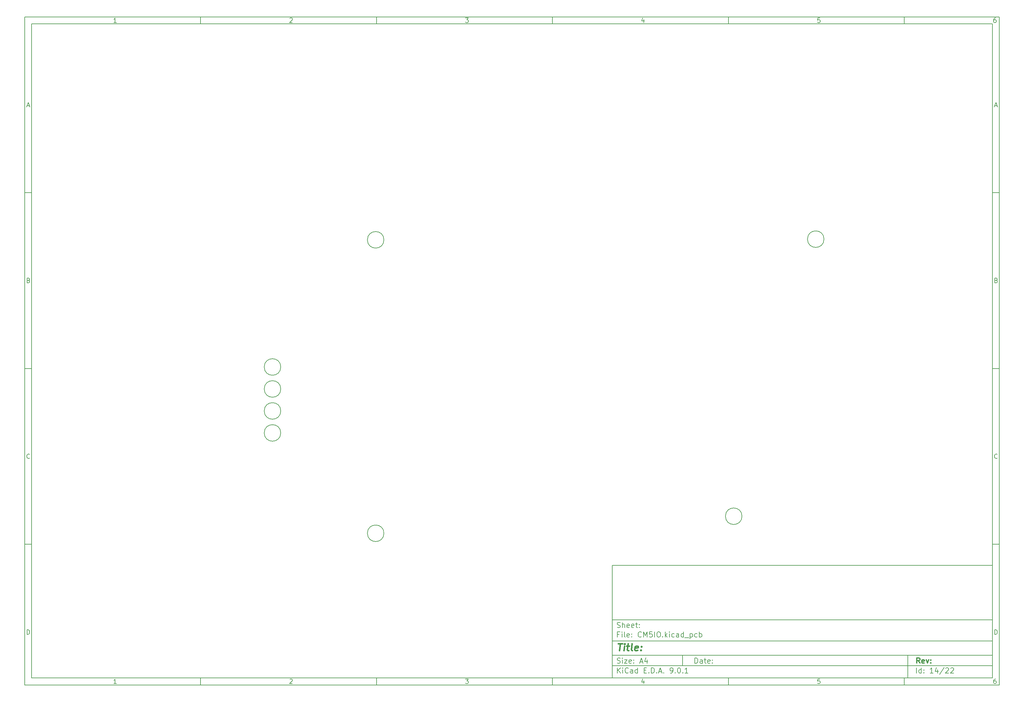
<source format=gbr>
G04 #@! TF.GenerationSoftware,KiCad,Pcbnew,9.0.1*
G04 #@! TF.CreationDate,2025-04-26T19:09:57-05:00*
G04 #@! TF.ProjectId,CM5IO,434d3549-4f2e-46b6-9963-61645f706362,rev?*
G04 #@! TF.SameCoordinates,Original*
G04 #@! TF.FileFunction,Other,Comment*
%FSLAX46Y46*%
G04 Gerber Fmt 4.6, Leading zero omitted, Abs format (unit mm)*
G04 Created by KiCad (PCBNEW 9.0.1) date 2025-04-26 19:09:57*
%MOMM*%
%LPD*%
G01*
G04 APERTURE LIST*
%ADD10C,0.100000*%
%ADD11C,0.150000*%
%ADD12C,0.300000*%
%ADD13C,0.400000*%
G04 APERTURE END LIST*
D10*
D11*
X177002200Y-166007200D02*
X285002200Y-166007200D01*
X285002200Y-198007200D01*
X177002200Y-198007200D01*
X177002200Y-166007200D01*
D10*
D11*
X10000000Y-10000000D02*
X287002200Y-10000000D01*
X287002200Y-200007200D01*
X10000000Y-200007200D01*
X10000000Y-10000000D01*
D10*
D11*
X12000000Y-12000000D02*
X285002200Y-12000000D01*
X285002200Y-198007200D01*
X12000000Y-198007200D01*
X12000000Y-12000000D01*
D10*
D11*
X60000000Y-12000000D02*
X60000000Y-10000000D01*
D10*
D11*
X110000000Y-12000000D02*
X110000000Y-10000000D01*
D10*
D11*
X160000000Y-12000000D02*
X160000000Y-10000000D01*
D10*
D11*
X210000000Y-12000000D02*
X210000000Y-10000000D01*
D10*
D11*
X260000000Y-12000000D02*
X260000000Y-10000000D01*
D10*
D11*
X36089160Y-11593604D02*
X35346303Y-11593604D01*
X35717731Y-11593604D02*
X35717731Y-10293604D01*
X35717731Y-10293604D02*
X35593922Y-10479319D01*
X35593922Y-10479319D02*
X35470112Y-10603128D01*
X35470112Y-10603128D02*
X35346303Y-10665033D01*
D10*
D11*
X85346303Y-10417414D02*
X85408207Y-10355509D01*
X85408207Y-10355509D02*
X85532017Y-10293604D01*
X85532017Y-10293604D02*
X85841541Y-10293604D01*
X85841541Y-10293604D02*
X85965350Y-10355509D01*
X85965350Y-10355509D02*
X86027255Y-10417414D01*
X86027255Y-10417414D02*
X86089160Y-10541223D01*
X86089160Y-10541223D02*
X86089160Y-10665033D01*
X86089160Y-10665033D02*
X86027255Y-10850747D01*
X86027255Y-10850747D02*
X85284398Y-11593604D01*
X85284398Y-11593604D02*
X86089160Y-11593604D01*
D10*
D11*
X135284398Y-10293604D02*
X136089160Y-10293604D01*
X136089160Y-10293604D02*
X135655826Y-10788842D01*
X135655826Y-10788842D02*
X135841541Y-10788842D01*
X135841541Y-10788842D02*
X135965350Y-10850747D01*
X135965350Y-10850747D02*
X136027255Y-10912652D01*
X136027255Y-10912652D02*
X136089160Y-11036461D01*
X136089160Y-11036461D02*
X136089160Y-11345985D01*
X136089160Y-11345985D02*
X136027255Y-11469795D01*
X136027255Y-11469795D02*
X135965350Y-11531700D01*
X135965350Y-11531700D02*
X135841541Y-11593604D01*
X135841541Y-11593604D02*
X135470112Y-11593604D01*
X135470112Y-11593604D02*
X135346303Y-11531700D01*
X135346303Y-11531700D02*
X135284398Y-11469795D01*
D10*
D11*
X185965350Y-10726938D02*
X185965350Y-11593604D01*
X185655826Y-10231700D02*
X185346303Y-11160271D01*
X185346303Y-11160271D02*
X186151064Y-11160271D01*
D10*
D11*
X236027255Y-10293604D02*
X235408207Y-10293604D01*
X235408207Y-10293604D02*
X235346303Y-10912652D01*
X235346303Y-10912652D02*
X235408207Y-10850747D01*
X235408207Y-10850747D02*
X235532017Y-10788842D01*
X235532017Y-10788842D02*
X235841541Y-10788842D01*
X235841541Y-10788842D02*
X235965350Y-10850747D01*
X235965350Y-10850747D02*
X236027255Y-10912652D01*
X236027255Y-10912652D02*
X236089160Y-11036461D01*
X236089160Y-11036461D02*
X236089160Y-11345985D01*
X236089160Y-11345985D02*
X236027255Y-11469795D01*
X236027255Y-11469795D02*
X235965350Y-11531700D01*
X235965350Y-11531700D02*
X235841541Y-11593604D01*
X235841541Y-11593604D02*
X235532017Y-11593604D01*
X235532017Y-11593604D02*
X235408207Y-11531700D01*
X235408207Y-11531700D02*
X235346303Y-11469795D01*
D10*
D11*
X285965350Y-10293604D02*
X285717731Y-10293604D01*
X285717731Y-10293604D02*
X285593922Y-10355509D01*
X285593922Y-10355509D02*
X285532017Y-10417414D01*
X285532017Y-10417414D02*
X285408207Y-10603128D01*
X285408207Y-10603128D02*
X285346303Y-10850747D01*
X285346303Y-10850747D02*
X285346303Y-11345985D01*
X285346303Y-11345985D02*
X285408207Y-11469795D01*
X285408207Y-11469795D02*
X285470112Y-11531700D01*
X285470112Y-11531700D02*
X285593922Y-11593604D01*
X285593922Y-11593604D02*
X285841541Y-11593604D01*
X285841541Y-11593604D02*
X285965350Y-11531700D01*
X285965350Y-11531700D02*
X286027255Y-11469795D01*
X286027255Y-11469795D02*
X286089160Y-11345985D01*
X286089160Y-11345985D02*
X286089160Y-11036461D01*
X286089160Y-11036461D02*
X286027255Y-10912652D01*
X286027255Y-10912652D02*
X285965350Y-10850747D01*
X285965350Y-10850747D02*
X285841541Y-10788842D01*
X285841541Y-10788842D02*
X285593922Y-10788842D01*
X285593922Y-10788842D02*
X285470112Y-10850747D01*
X285470112Y-10850747D02*
X285408207Y-10912652D01*
X285408207Y-10912652D02*
X285346303Y-11036461D01*
D10*
D11*
X60000000Y-198007200D02*
X60000000Y-200007200D01*
D10*
D11*
X110000000Y-198007200D02*
X110000000Y-200007200D01*
D10*
D11*
X160000000Y-198007200D02*
X160000000Y-200007200D01*
D10*
D11*
X210000000Y-198007200D02*
X210000000Y-200007200D01*
D10*
D11*
X260000000Y-198007200D02*
X260000000Y-200007200D01*
D10*
D11*
X36089160Y-199600804D02*
X35346303Y-199600804D01*
X35717731Y-199600804D02*
X35717731Y-198300804D01*
X35717731Y-198300804D02*
X35593922Y-198486519D01*
X35593922Y-198486519D02*
X35470112Y-198610328D01*
X35470112Y-198610328D02*
X35346303Y-198672233D01*
D10*
D11*
X85346303Y-198424614D02*
X85408207Y-198362709D01*
X85408207Y-198362709D02*
X85532017Y-198300804D01*
X85532017Y-198300804D02*
X85841541Y-198300804D01*
X85841541Y-198300804D02*
X85965350Y-198362709D01*
X85965350Y-198362709D02*
X86027255Y-198424614D01*
X86027255Y-198424614D02*
X86089160Y-198548423D01*
X86089160Y-198548423D02*
X86089160Y-198672233D01*
X86089160Y-198672233D02*
X86027255Y-198857947D01*
X86027255Y-198857947D02*
X85284398Y-199600804D01*
X85284398Y-199600804D02*
X86089160Y-199600804D01*
D10*
D11*
X135284398Y-198300804D02*
X136089160Y-198300804D01*
X136089160Y-198300804D02*
X135655826Y-198796042D01*
X135655826Y-198796042D02*
X135841541Y-198796042D01*
X135841541Y-198796042D02*
X135965350Y-198857947D01*
X135965350Y-198857947D02*
X136027255Y-198919852D01*
X136027255Y-198919852D02*
X136089160Y-199043661D01*
X136089160Y-199043661D02*
X136089160Y-199353185D01*
X136089160Y-199353185D02*
X136027255Y-199476995D01*
X136027255Y-199476995D02*
X135965350Y-199538900D01*
X135965350Y-199538900D02*
X135841541Y-199600804D01*
X135841541Y-199600804D02*
X135470112Y-199600804D01*
X135470112Y-199600804D02*
X135346303Y-199538900D01*
X135346303Y-199538900D02*
X135284398Y-199476995D01*
D10*
D11*
X185965350Y-198734138D02*
X185965350Y-199600804D01*
X185655826Y-198238900D02*
X185346303Y-199167471D01*
X185346303Y-199167471D02*
X186151064Y-199167471D01*
D10*
D11*
X236027255Y-198300804D02*
X235408207Y-198300804D01*
X235408207Y-198300804D02*
X235346303Y-198919852D01*
X235346303Y-198919852D02*
X235408207Y-198857947D01*
X235408207Y-198857947D02*
X235532017Y-198796042D01*
X235532017Y-198796042D02*
X235841541Y-198796042D01*
X235841541Y-198796042D02*
X235965350Y-198857947D01*
X235965350Y-198857947D02*
X236027255Y-198919852D01*
X236027255Y-198919852D02*
X236089160Y-199043661D01*
X236089160Y-199043661D02*
X236089160Y-199353185D01*
X236089160Y-199353185D02*
X236027255Y-199476995D01*
X236027255Y-199476995D02*
X235965350Y-199538900D01*
X235965350Y-199538900D02*
X235841541Y-199600804D01*
X235841541Y-199600804D02*
X235532017Y-199600804D01*
X235532017Y-199600804D02*
X235408207Y-199538900D01*
X235408207Y-199538900D02*
X235346303Y-199476995D01*
D10*
D11*
X285965350Y-198300804D02*
X285717731Y-198300804D01*
X285717731Y-198300804D02*
X285593922Y-198362709D01*
X285593922Y-198362709D02*
X285532017Y-198424614D01*
X285532017Y-198424614D02*
X285408207Y-198610328D01*
X285408207Y-198610328D02*
X285346303Y-198857947D01*
X285346303Y-198857947D02*
X285346303Y-199353185D01*
X285346303Y-199353185D02*
X285408207Y-199476995D01*
X285408207Y-199476995D02*
X285470112Y-199538900D01*
X285470112Y-199538900D02*
X285593922Y-199600804D01*
X285593922Y-199600804D02*
X285841541Y-199600804D01*
X285841541Y-199600804D02*
X285965350Y-199538900D01*
X285965350Y-199538900D02*
X286027255Y-199476995D01*
X286027255Y-199476995D02*
X286089160Y-199353185D01*
X286089160Y-199353185D02*
X286089160Y-199043661D01*
X286089160Y-199043661D02*
X286027255Y-198919852D01*
X286027255Y-198919852D02*
X285965350Y-198857947D01*
X285965350Y-198857947D02*
X285841541Y-198796042D01*
X285841541Y-198796042D02*
X285593922Y-198796042D01*
X285593922Y-198796042D02*
X285470112Y-198857947D01*
X285470112Y-198857947D02*
X285408207Y-198919852D01*
X285408207Y-198919852D02*
X285346303Y-199043661D01*
D10*
D11*
X10000000Y-60000000D02*
X12000000Y-60000000D01*
D10*
D11*
X10000000Y-110000000D02*
X12000000Y-110000000D01*
D10*
D11*
X10000000Y-160000000D02*
X12000000Y-160000000D01*
D10*
D11*
X10690476Y-35222176D02*
X11309523Y-35222176D01*
X10566666Y-35593604D02*
X10999999Y-34293604D01*
X10999999Y-34293604D02*
X11433333Y-35593604D01*
D10*
D11*
X11092857Y-84912652D02*
X11278571Y-84974557D01*
X11278571Y-84974557D02*
X11340476Y-85036461D01*
X11340476Y-85036461D02*
X11402380Y-85160271D01*
X11402380Y-85160271D02*
X11402380Y-85345985D01*
X11402380Y-85345985D02*
X11340476Y-85469795D01*
X11340476Y-85469795D02*
X11278571Y-85531700D01*
X11278571Y-85531700D02*
X11154761Y-85593604D01*
X11154761Y-85593604D02*
X10659523Y-85593604D01*
X10659523Y-85593604D02*
X10659523Y-84293604D01*
X10659523Y-84293604D02*
X11092857Y-84293604D01*
X11092857Y-84293604D02*
X11216666Y-84355509D01*
X11216666Y-84355509D02*
X11278571Y-84417414D01*
X11278571Y-84417414D02*
X11340476Y-84541223D01*
X11340476Y-84541223D02*
X11340476Y-84665033D01*
X11340476Y-84665033D02*
X11278571Y-84788842D01*
X11278571Y-84788842D02*
X11216666Y-84850747D01*
X11216666Y-84850747D02*
X11092857Y-84912652D01*
X11092857Y-84912652D02*
X10659523Y-84912652D01*
D10*
D11*
X11402380Y-135469795D02*
X11340476Y-135531700D01*
X11340476Y-135531700D02*
X11154761Y-135593604D01*
X11154761Y-135593604D02*
X11030952Y-135593604D01*
X11030952Y-135593604D02*
X10845238Y-135531700D01*
X10845238Y-135531700D02*
X10721428Y-135407890D01*
X10721428Y-135407890D02*
X10659523Y-135284080D01*
X10659523Y-135284080D02*
X10597619Y-135036461D01*
X10597619Y-135036461D02*
X10597619Y-134850747D01*
X10597619Y-134850747D02*
X10659523Y-134603128D01*
X10659523Y-134603128D02*
X10721428Y-134479319D01*
X10721428Y-134479319D02*
X10845238Y-134355509D01*
X10845238Y-134355509D02*
X11030952Y-134293604D01*
X11030952Y-134293604D02*
X11154761Y-134293604D01*
X11154761Y-134293604D02*
X11340476Y-134355509D01*
X11340476Y-134355509D02*
X11402380Y-134417414D01*
D10*
D11*
X10659523Y-185593604D02*
X10659523Y-184293604D01*
X10659523Y-184293604D02*
X10969047Y-184293604D01*
X10969047Y-184293604D02*
X11154761Y-184355509D01*
X11154761Y-184355509D02*
X11278571Y-184479319D01*
X11278571Y-184479319D02*
X11340476Y-184603128D01*
X11340476Y-184603128D02*
X11402380Y-184850747D01*
X11402380Y-184850747D02*
X11402380Y-185036461D01*
X11402380Y-185036461D02*
X11340476Y-185284080D01*
X11340476Y-185284080D02*
X11278571Y-185407890D01*
X11278571Y-185407890D02*
X11154761Y-185531700D01*
X11154761Y-185531700D02*
X10969047Y-185593604D01*
X10969047Y-185593604D02*
X10659523Y-185593604D01*
D10*
D11*
X287002200Y-60000000D02*
X285002200Y-60000000D01*
D10*
D11*
X287002200Y-110000000D02*
X285002200Y-110000000D01*
D10*
D11*
X287002200Y-160000000D02*
X285002200Y-160000000D01*
D10*
D11*
X285692676Y-35222176D02*
X286311723Y-35222176D01*
X285568866Y-35593604D02*
X286002199Y-34293604D01*
X286002199Y-34293604D02*
X286435533Y-35593604D01*
D10*
D11*
X286095057Y-84912652D02*
X286280771Y-84974557D01*
X286280771Y-84974557D02*
X286342676Y-85036461D01*
X286342676Y-85036461D02*
X286404580Y-85160271D01*
X286404580Y-85160271D02*
X286404580Y-85345985D01*
X286404580Y-85345985D02*
X286342676Y-85469795D01*
X286342676Y-85469795D02*
X286280771Y-85531700D01*
X286280771Y-85531700D02*
X286156961Y-85593604D01*
X286156961Y-85593604D02*
X285661723Y-85593604D01*
X285661723Y-85593604D02*
X285661723Y-84293604D01*
X285661723Y-84293604D02*
X286095057Y-84293604D01*
X286095057Y-84293604D02*
X286218866Y-84355509D01*
X286218866Y-84355509D02*
X286280771Y-84417414D01*
X286280771Y-84417414D02*
X286342676Y-84541223D01*
X286342676Y-84541223D02*
X286342676Y-84665033D01*
X286342676Y-84665033D02*
X286280771Y-84788842D01*
X286280771Y-84788842D02*
X286218866Y-84850747D01*
X286218866Y-84850747D02*
X286095057Y-84912652D01*
X286095057Y-84912652D02*
X285661723Y-84912652D01*
D10*
D11*
X286404580Y-135469795D02*
X286342676Y-135531700D01*
X286342676Y-135531700D02*
X286156961Y-135593604D01*
X286156961Y-135593604D02*
X286033152Y-135593604D01*
X286033152Y-135593604D02*
X285847438Y-135531700D01*
X285847438Y-135531700D02*
X285723628Y-135407890D01*
X285723628Y-135407890D02*
X285661723Y-135284080D01*
X285661723Y-135284080D02*
X285599819Y-135036461D01*
X285599819Y-135036461D02*
X285599819Y-134850747D01*
X285599819Y-134850747D02*
X285661723Y-134603128D01*
X285661723Y-134603128D02*
X285723628Y-134479319D01*
X285723628Y-134479319D02*
X285847438Y-134355509D01*
X285847438Y-134355509D02*
X286033152Y-134293604D01*
X286033152Y-134293604D02*
X286156961Y-134293604D01*
X286156961Y-134293604D02*
X286342676Y-134355509D01*
X286342676Y-134355509D02*
X286404580Y-134417414D01*
D10*
D11*
X285661723Y-185593604D02*
X285661723Y-184293604D01*
X285661723Y-184293604D02*
X285971247Y-184293604D01*
X285971247Y-184293604D02*
X286156961Y-184355509D01*
X286156961Y-184355509D02*
X286280771Y-184479319D01*
X286280771Y-184479319D02*
X286342676Y-184603128D01*
X286342676Y-184603128D02*
X286404580Y-184850747D01*
X286404580Y-184850747D02*
X286404580Y-185036461D01*
X286404580Y-185036461D02*
X286342676Y-185284080D01*
X286342676Y-185284080D02*
X286280771Y-185407890D01*
X286280771Y-185407890D02*
X286156961Y-185531700D01*
X286156961Y-185531700D02*
X285971247Y-185593604D01*
X285971247Y-185593604D02*
X285661723Y-185593604D01*
D10*
D11*
X200458026Y-193793328D02*
X200458026Y-192293328D01*
X200458026Y-192293328D02*
X200815169Y-192293328D01*
X200815169Y-192293328D02*
X201029455Y-192364757D01*
X201029455Y-192364757D02*
X201172312Y-192507614D01*
X201172312Y-192507614D02*
X201243741Y-192650471D01*
X201243741Y-192650471D02*
X201315169Y-192936185D01*
X201315169Y-192936185D02*
X201315169Y-193150471D01*
X201315169Y-193150471D02*
X201243741Y-193436185D01*
X201243741Y-193436185D02*
X201172312Y-193579042D01*
X201172312Y-193579042D02*
X201029455Y-193721900D01*
X201029455Y-193721900D02*
X200815169Y-193793328D01*
X200815169Y-193793328D02*
X200458026Y-193793328D01*
X202600884Y-193793328D02*
X202600884Y-193007614D01*
X202600884Y-193007614D02*
X202529455Y-192864757D01*
X202529455Y-192864757D02*
X202386598Y-192793328D01*
X202386598Y-192793328D02*
X202100884Y-192793328D01*
X202100884Y-192793328D02*
X201958026Y-192864757D01*
X202600884Y-193721900D02*
X202458026Y-193793328D01*
X202458026Y-193793328D02*
X202100884Y-193793328D01*
X202100884Y-193793328D02*
X201958026Y-193721900D01*
X201958026Y-193721900D02*
X201886598Y-193579042D01*
X201886598Y-193579042D02*
X201886598Y-193436185D01*
X201886598Y-193436185D02*
X201958026Y-193293328D01*
X201958026Y-193293328D02*
X202100884Y-193221900D01*
X202100884Y-193221900D02*
X202458026Y-193221900D01*
X202458026Y-193221900D02*
X202600884Y-193150471D01*
X203100884Y-192793328D02*
X203672312Y-192793328D01*
X203315169Y-192293328D02*
X203315169Y-193579042D01*
X203315169Y-193579042D02*
X203386598Y-193721900D01*
X203386598Y-193721900D02*
X203529455Y-193793328D01*
X203529455Y-193793328D02*
X203672312Y-193793328D01*
X204743741Y-193721900D02*
X204600884Y-193793328D01*
X204600884Y-193793328D02*
X204315170Y-193793328D01*
X204315170Y-193793328D02*
X204172312Y-193721900D01*
X204172312Y-193721900D02*
X204100884Y-193579042D01*
X204100884Y-193579042D02*
X204100884Y-193007614D01*
X204100884Y-193007614D02*
X204172312Y-192864757D01*
X204172312Y-192864757D02*
X204315170Y-192793328D01*
X204315170Y-192793328D02*
X204600884Y-192793328D01*
X204600884Y-192793328D02*
X204743741Y-192864757D01*
X204743741Y-192864757D02*
X204815170Y-193007614D01*
X204815170Y-193007614D02*
X204815170Y-193150471D01*
X204815170Y-193150471D02*
X204100884Y-193293328D01*
X205458026Y-193650471D02*
X205529455Y-193721900D01*
X205529455Y-193721900D02*
X205458026Y-193793328D01*
X205458026Y-193793328D02*
X205386598Y-193721900D01*
X205386598Y-193721900D02*
X205458026Y-193650471D01*
X205458026Y-193650471D02*
X205458026Y-193793328D01*
X205458026Y-192864757D02*
X205529455Y-192936185D01*
X205529455Y-192936185D02*
X205458026Y-193007614D01*
X205458026Y-193007614D02*
X205386598Y-192936185D01*
X205386598Y-192936185D02*
X205458026Y-192864757D01*
X205458026Y-192864757D02*
X205458026Y-193007614D01*
D10*
D11*
X177002200Y-194507200D02*
X285002200Y-194507200D01*
D10*
D11*
X178458026Y-196593328D02*
X178458026Y-195093328D01*
X179315169Y-196593328D02*
X178672312Y-195736185D01*
X179315169Y-195093328D02*
X178458026Y-195950471D01*
X179958026Y-196593328D02*
X179958026Y-195593328D01*
X179958026Y-195093328D02*
X179886598Y-195164757D01*
X179886598Y-195164757D02*
X179958026Y-195236185D01*
X179958026Y-195236185D02*
X180029455Y-195164757D01*
X180029455Y-195164757D02*
X179958026Y-195093328D01*
X179958026Y-195093328D02*
X179958026Y-195236185D01*
X181529455Y-196450471D02*
X181458027Y-196521900D01*
X181458027Y-196521900D02*
X181243741Y-196593328D01*
X181243741Y-196593328D02*
X181100884Y-196593328D01*
X181100884Y-196593328D02*
X180886598Y-196521900D01*
X180886598Y-196521900D02*
X180743741Y-196379042D01*
X180743741Y-196379042D02*
X180672312Y-196236185D01*
X180672312Y-196236185D02*
X180600884Y-195950471D01*
X180600884Y-195950471D02*
X180600884Y-195736185D01*
X180600884Y-195736185D02*
X180672312Y-195450471D01*
X180672312Y-195450471D02*
X180743741Y-195307614D01*
X180743741Y-195307614D02*
X180886598Y-195164757D01*
X180886598Y-195164757D02*
X181100884Y-195093328D01*
X181100884Y-195093328D02*
X181243741Y-195093328D01*
X181243741Y-195093328D02*
X181458027Y-195164757D01*
X181458027Y-195164757D02*
X181529455Y-195236185D01*
X182815170Y-196593328D02*
X182815170Y-195807614D01*
X182815170Y-195807614D02*
X182743741Y-195664757D01*
X182743741Y-195664757D02*
X182600884Y-195593328D01*
X182600884Y-195593328D02*
X182315170Y-195593328D01*
X182315170Y-195593328D02*
X182172312Y-195664757D01*
X182815170Y-196521900D02*
X182672312Y-196593328D01*
X182672312Y-196593328D02*
X182315170Y-196593328D01*
X182315170Y-196593328D02*
X182172312Y-196521900D01*
X182172312Y-196521900D02*
X182100884Y-196379042D01*
X182100884Y-196379042D02*
X182100884Y-196236185D01*
X182100884Y-196236185D02*
X182172312Y-196093328D01*
X182172312Y-196093328D02*
X182315170Y-196021900D01*
X182315170Y-196021900D02*
X182672312Y-196021900D01*
X182672312Y-196021900D02*
X182815170Y-195950471D01*
X184172313Y-196593328D02*
X184172313Y-195093328D01*
X184172313Y-196521900D02*
X184029455Y-196593328D01*
X184029455Y-196593328D02*
X183743741Y-196593328D01*
X183743741Y-196593328D02*
X183600884Y-196521900D01*
X183600884Y-196521900D02*
X183529455Y-196450471D01*
X183529455Y-196450471D02*
X183458027Y-196307614D01*
X183458027Y-196307614D02*
X183458027Y-195879042D01*
X183458027Y-195879042D02*
X183529455Y-195736185D01*
X183529455Y-195736185D02*
X183600884Y-195664757D01*
X183600884Y-195664757D02*
X183743741Y-195593328D01*
X183743741Y-195593328D02*
X184029455Y-195593328D01*
X184029455Y-195593328D02*
X184172313Y-195664757D01*
X186029455Y-195807614D02*
X186529455Y-195807614D01*
X186743741Y-196593328D02*
X186029455Y-196593328D01*
X186029455Y-196593328D02*
X186029455Y-195093328D01*
X186029455Y-195093328D02*
X186743741Y-195093328D01*
X187386598Y-196450471D02*
X187458027Y-196521900D01*
X187458027Y-196521900D02*
X187386598Y-196593328D01*
X187386598Y-196593328D02*
X187315170Y-196521900D01*
X187315170Y-196521900D02*
X187386598Y-196450471D01*
X187386598Y-196450471D02*
X187386598Y-196593328D01*
X188100884Y-196593328D02*
X188100884Y-195093328D01*
X188100884Y-195093328D02*
X188458027Y-195093328D01*
X188458027Y-195093328D02*
X188672313Y-195164757D01*
X188672313Y-195164757D02*
X188815170Y-195307614D01*
X188815170Y-195307614D02*
X188886599Y-195450471D01*
X188886599Y-195450471D02*
X188958027Y-195736185D01*
X188958027Y-195736185D02*
X188958027Y-195950471D01*
X188958027Y-195950471D02*
X188886599Y-196236185D01*
X188886599Y-196236185D02*
X188815170Y-196379042D01*
X188815170Y-196379042D02*
X188672313Y-196521900D01*
X188672313Y-196521900D02*
X188458027Y-196593328D01*
X188458027Y-196593328D02*
X188100884Y-196593328D01*
X189600884Y-196450471D02*
X189672313Y-196521900D01*
X189672313Y-196521900D02*
X189600884Y-196593328D01*
X189600884Y-196593328D02*
X189529456Y-196521900D01*
X189529456Y-196521900D02*
X189600884Y-196450471D01*
X189600884Y-196450471D02*
X189600884Y-196593328D01*
X190243742Y-196164757D02*
X190958028Y-196164757D01*
X190100885Y-196593328D02*
X190600885Y-195093328D01*
X190600885Y-195093328D02*
X191100885Y-196593328D01*
X191600884Y-196450471D02*
X191672313Y-196521900D01*
X191672313Y-196521900D02*
X191600884Y-196593328D01*
X191600884Y-196593328D02*
X191529456Y-196521900D01*
X191529456Y-196521900D02*
X191600884Y-196450471D01*
X191600884Y-196450471D02*
X191600884Y-196593328D01*
X193529456Y-196593328D02*
X193815170Y-196593328D01*
X193815170Y-196593328D02*
X193958027Y-196521900D01*
X193958027Y-196521900D02*
X194029456Y-196450471D01*
X194029456Y-196450471D02*
X194172313Y-196236185D01*
X194172313Y-196236185D02*
X194243742Y-195950471D01*
X194243742Y-195950471D02*
X194243742Y-195379042D01*
X194243742Y-195379042D02*
X194172313Y-195236185D01*
X194172313Y-195236185D02*
X194100885Y-195164757D01*
X194100885Y-195164757D02*
X193958027Y-195093328D01*
X193958027Y-195093328D02*
X193672313Y-195093328D01*
X193672313Y-195093328D02*
X193529456Y-195164757D01*
X193529456Y-195164757D02*
X193458027Y-195236185D01*
X193458027Y-195236185D02*
X193386599Y-195379042D01*
X193386599Y-195379042D02*
X193386599Y-195736185D01*
X193386599Y-195736185D02*
X193458027Y-195879042D01*
X193458027Y-195879042D02*
X193529456Y-195950471D01*
X193529456Y-195950471D02*
X193672313Y-196021900D01*
X193672313Y-196021900D02*
X193958027Y-196021900D01*
X193958027Y-196021900D02*
X194100885Y-195950471D01*
X194100885Y-195950471D02*
X194172313Y-195879042D01*
X194172313Y-195879042D02*
X194243742Y-195736185D01*
X194886598Y-196450471D02*
X194958027Y-196521900D01*
X194958027Y-196521900D02*
X194886598Y-196593328D01*
X194886598Y-196593328D02*
X194815170Y-196521900D01*
X194815170Y-196521900D02*
X194886598Y-196450471D01*
X194886598Y-196450471D02*
X194886598Y-196593328D01*
X195886599Y-195093328D02*
X196029456Y-195093328D01*
X196029456Y-195093328D02*
X196172313Y-195164757D01*
X196172313Y-195164757D02*
X196243742Y-195236185D01*
X196243742Y-195236185D02*
X196315170Y-195379042D01*
X196315170Y-195379042D02*
X196386599Y-195664757D01*
X196386599Y-195664757D02*
X196386599Y-196021900D01*
X196386599Y-196021900D02*
X196315170Y-196307614D01*
X196315170Y-196307614D02*
X196243742Y-196450471D01*
X196243742Y-196450471D02*
X196172313Y-196521900D01*
X196172313Y-196521900D02*
X196029456Y-196593328D01*
X196029456Y-196593328D02*
X195886599Y-196593328D01*
X195886599Y-196593328D02*
X195743742Y-196521900D01*
X195743742Y-196521900D02*
X195672313Y-196450471D01*
X195672313Y-196450471D02*
X195600884Y-196307614D01*
X195600884Y-196307614D02*
X195529456Y-196021900D01*
X195529456Y-196021900D02*
X195529456Y-195664757D01*
X195529456Y-195664757D02*
X195600884Y-195379042D01*
X195600884Y-195379042D02*
X195672313Y-195236185D01*
X195672313Y-195236185D02*
X195743742Y-195164757D01*
X195743742Y-195164757D02*
X195886599Y-195093328D01*
X197029455Y-196450471D02*
X197100884Y-196521900D01*
X197100884Y-196521900D02*
X197029455Y-196593328D01*
X197029455Y-196593328D02*
X196958027Y-196521900D01*
X196958027Y-196521900D02*
X197029455Y-196450471D01*
X197029455Y-196450471D02*
X197029455Y-196593328D01*
X198529456Y-196593328D02*
X197672313Y-196593328D01*
X198100884Y-196593328D02*
X198100884Y-195093328D01*
X198100884Y-195093328D02*
X197958027Y-195307614D01*
X197958027Y-195307614D02*
X197815170Y-195450471D01*
X197815170Y-195450471D02*
X197672313Y-195521900D01*
D10*
D11*
X177002200Y-191507200D02*
X285002200Y-191507200D01*
D10*
D12*
X264413853Y-193785528D02*
X263913853Y-193071242D01*
X263556710Y-193785528D02*
X263556710Y-192285528D01*
X263556710Y-192285528D02*
X264128139Y-192285528D01*
X264128139Y-192285528D02*
X264270996Y-192356957D01*
X264270996Y-192356957D02*
X264342425Y-192428385D01*
X264342425Y-192428385D02*
X264413853Y-192571242D01*
X264413853Y-192571242D02*
X264413853Y-192785528D01*
X264413853Y-192785528D02*
X264342425Y-192928385D01*
X264342425Y-192928385D02*
X264270996Y-192999814D01*
X264270996Y-192999814D02*
X264128139Y-193071242D01*
X264128139Y-193071242D02*
X263556710Y-193071242D01*
X265628139Y-193714100D02*
X265485282Y-193785528D01*
X265485282Y-193785528D02*
X265199568Y-193785528D01*
X265199568Y-193785528D02*
X265056710Y-193714100D01*
X265056710Y-193714100D02*
X264985282Y-193571242D01*
X264985282Y-193571242D02*
X264985282Y-192999814D01*
X264985282Y-192999814D02*
X265056710Y-192856957D01*
X265056710Y-192856957D02*
X265199568Y-192785528D01*
X265199568Y-192785528D02*
X265485282Y-192785528D01*
X265485282Y-192785528D02*
X265628139Y-192856957D01*
X265628139Y-192856957D02*
X265699568Y-192999814D01*
X265699568Y-192999814D02*
X265699568Y-193142671D01*
X265699568Y-193142671D02*
X264985282Y-193285528D01*
X266199567Y-192785528D02*
X266556710Y-193785528D01*
X266556710Y-193785528D02*
X266913853Y-192785528D01*
X267485281Y-193642671D02*
X267556710Y-193714100D01*
X267556710Y-193714100D02*
X267485281Y-193785528D01*
X267485281Y-193785528D02*
X267413853Y-193714100D01*
X267413853Y-193714100D02*
X267485281Y-193642671D01*
X267485281Y-193642671D02*
X267485281Y-193785528D01*
X267485281Y-192856957D02*
X267556710Y-192928385D01*
X267556710Y-192928385D02*
X267485281Y-192999814D01*
X267485281Y-192999814D02*
X267413853Y-192928385D01*
X267413853Y-192928385D02*
X267485281Y-192856957D01*
X267485281Y-192856957D02*
X267485281Y-192999814D01*
D10*
D11*
X178386598Y-193721900D02*
X178600884Y-193793328D01*
X178600884Y-193793328D02*
X178958026Y-193793328D01*
X178958026Y-193793328D02*
X179100884Y-193721900D01*
X179100884Y-193721900D02*
X179172312Y-193650471D01*
X179172312Y-193650471D02*
X179243741Y-193507614D01*
X179243741Y-193507614D02*
X179243741Y-193364757D01*
X179243741Y-193364757D02*
X179172312Y-193221900D01*
X179172312Y-193221900D02*
X179100884Y-193150471D01*
X179100884Y-193150471D02*
X178958026Y-193079042D01*
X178958026Y-193079042D02*
X178672312Y-193007614D01*
X178672312Y-193007614D02*
X178529455Y-192936185D01*
X178529455Y-192936185D02*
X178458026Y-192864757D01*
X178458026Y-192864757D02*
X178386598Y-192721900D01*
X178386598Y-192721900D02*
X178386598Y-192579042D01*
X178386598Y-192579042D02*
X178458026Y-192436185D01*
X178458026Y-192436185D02*
X178529455Y-192364757D01*
X178529455Y-192364757D02*
X178672312Y-192293328D01*
X178672312Y-192293328D02*
X179029455Y-192293328D01*
X179029455Y-192293328D02*
X179243741Y-192364757D01*
X179886597Y-193793328D02*
X179886597Y-192793328D01*
X179886597Y-192293328D02*
X179815169Y-192364757D01*
X179815169Y-192364757D02*
X179886597Y-192436185D01*
X179886597Y-192436185D02*
X179958026Y-192364757D01*
X179958026Y-192364757D02*
X179886597Y-192293328D01*
X179886597Y-192293328D02*
X179886597Y-192436185D01*
X180458026Y-192793328D02*
X181243741Y-192793328D01*
X181243741Y-192793328D02*
X180458026Y-193793328D01*
X180458026Y-193793328D02*
X181243741Y-193793328D01*
X182386598Y-193721900D02*
X182243741Y-193793328D01*
X182243741Y-193793328D02*
X181958027Y-193793328D01*
X181958027Y-193793328D02*
X181815169Y-193721900D01*
X181815169Y-193721900D02*
X181743741Y-193579042D01*
X181743741Y-193579042D02*
X181743741Y-193007614D01*
X181743741Y-193007614D02*
X181815169Y-192864757D01*
X181815169Y-192864757D02*
X181958027Y-192793328D01*
X181958027Y-192793328D02*
X182243741Y-192793328D01*
X182243741Y-192793328D02*
X182386598Y-192864757D01*
X182386598Y-192864757D02*
X182458027Y-193007614D01*
X182458027Y-193007614D02*
X182458027Y-193150471D01*
X182458027Y-193150471D02*
X181743741Y-193293328D01*
X183100883Y-193650471D02*
X183172312Y-193721900D01*
X183172312Y-193721900D02*
X183100883Y-193793328D01*
X183100883Y-193793328D02*
X183029455Y-193721900D01*
X183029455Y-193721900D02*
X183100883Y-193650471D01*
X183100883Y-193650471D02*
X183100883Y-193793328D01*
X183100883Y-192864757D02*
X183172312Y-192936185D01*
X183172312Y-192936185D02*
X183100883Y-193007614D01*
X183100883Y-193007614D02*
X183029455Y-192936185D01*
X183029455Y-192936185D02*
X183100883Y-192864757D01*
X183100883Y-192864757D02*
X183100883Y-193007614D01*
X184886598Y-193364757D02*
X185600884Y-193364757D01*
X184743741Y-193793328D02*
X185243741Y-192293328D01*
X185243741Y-192293328D02*
X185743741Y-193793328D01*
X186886598Y-192793328D02*
X186886598Y-193793328D01*
X186529455Y-192221900D02*
X186172312Y-193293328D01*
X186172312Y-193293328D02*
X187100883Y-193293328D01*
D10*
D11*
X263458026Y-196593328D02*
X263458026Y-195093328D01*
X264815170Y-196593328D02*
X264815170Y-195093328D01*
X264815170Y-196521900D02*
X264672312Y-196593328D01*
X264672312Y-196593328D02*
X264386598Y-196593328D01*
X264386598Y-196593328D02*
X264243741Y-196521900D01*
X264243741Y-196521900D02*
X264172312Y-196450471D01*
X264172312Y-196450471D02*
X264100884Y-196307614D01*
X264100884Y-196307614D02*
X264100884Y-195879042D01*
X264100884Y-195879042D02*
X264172312Y-195736185D01*
X264172312Y-195736185D02*
X264243741Y-195664757D01*
X264243741Y-195664757D02*
X264386598Y-195593328D01*
X264386598Y-195593328D02*
X264672312Y-195593328D01*
X264672312Y-195593328D02*
X264815170Y-195664757D01*
X265529455Y-196450471D02*
X265600884Y-196521900D01*
X265600884Y-196521900D02*
X265529455Y-196593328D01*
X265529455Y-196593328D02*
X265458027Y-196521900D01*
X265458027Y-196521900D02*
X265529455Y-196450471D01*
X265529455Y-196450471D02*
X265529455Y-196593328D01*
X265529455Y-195664757D02*
X265600884Y-195736185D01*
X265600884Y-195736185D02*
X265529455Y-195807614D01*
X265529455Y-195807614D02*
X265458027Y-195736185D01*
X265458027Y-195736185D02*
X265529455Y-195664757D01*
X265529455Y-195664757D02*
X265529455Y-195807614D01*
X268172313Y-196593328D02*
X267315170Y-196593328D01*
X267743741Y-196593328D02*
X267743741Y-195093328D01*
X267743741Y-195093328D02*
X267600884Y-195307614D01*
X267600884Y-195307614D02*
X267458027Y-195450471D01*
X267458027Y-195450471D02*
X267315170Y-195521900D01*
X269458027Y-195593328D02*
X269458027Y-196593328D01*
X269100884Y-195021900D02*
X268743741Y-196093328D01*
X268743741Y-196093328D02*
X269672312Y-196093328D01*
X271315169Y-195021900D02*
X270029455Y-196950471D01*
X271743741Y-195236185D02*
X271815169Y-195164757D01*
X271815169Y-195164757D02*
X271958027Y-195093328D01*
X271958027Y-195093328D02*
X272315169Y-195093328D01*
X272315169Y-195093328D02*
X272458027Y-195164757D01*
X272458027Y-195164757D02*
X272529455Y-195236185D01*
X272529455Y-195236185D02*
X272600884Y-195379042D01*
X272600884Y-195379042D02*
X272600884Y-195521900D01*
X272600884Y-195521900D02*
X272529455Y-195736185D01*
X272529455Y-195736185D02*
X271672312Y-196593328D01*
X271672312Y-196593328D02*
X272600884Y-196593328D01*
X273172312Y-195236185D02*
X273243740Y-195164757D01*
X273243740Y-195164757D02*
X273386598Y-195093328D01*
X273386598Y-195093328D02*
X273743740Y-195093328D01*
X273743740Y-195093328D02*
X273886598Y-195164757D01*
X273886598Y-195164757D02*
X273958026Y-195236185D01*
X273958026Y-195236185D02*
X274029455Y-195379042D01*
X274029455Y-195379042D02*
X274029455Y-195521900D01*
X274029455Y-195521900D02*
X273958026Y-195736185D01*
X273958026Y-195736185D02*
X273100883Y-196593328D01*
X273100883Y-196593328D02*
X274029455Y-196593328D01*
D10*
D11*
X177002200Y-187507200D02*
X285002200Y-187507200D01*
D10*
D13*
X178693928Y-188211638D02*
X179836785Y-188211638D01*
X179015357Y-190211638D02*
X179265357Y-188211638D01*
X180253452Y-190211638D02*
X180420119Y-188878304D01*
X180503452Y-188211638D02*
X180396309Y-188306876D01*
X180396309Y-188306876D02*
X180479643Y-188402114D01*
X180479643Y-188402114D02*
X180586786Y-188306876D01*
X180586786Y-188306876D02*
X180503452Y-188211638D01*
X180503452Y-188211638D02*
X180479643Y-188402114D01*
X181086786Y-188878304D02*
X181848690Y-188878304D01*
X181455833Y-188211638D02*
X181241548Y-189925923D01*
X181241548Y-189925923D02*
X181312976Y-190116400D01*
X181312976Y-190116400D02*
X181491548Y-190211638D01*
X181491548Y-190211638D02*
X181682024Y-190211638D01*
X182634405Y-190211638D02*
X182455833Y-190116400D01*
X182455833Y-190116400D02*
X182384405Y-189925923D01*
X182384405Y-189925923D02*
X182598690Y-188211638D01*
X184170119Y-190116400D02*
X183967738Y-190211638D01*
X183967738Y-190211638D02*
X183586785Y-190211638D01*
X183586785Y-190211638D02*
X183408214Y-190116400D01*
X183408214Y-190116400D02*
X183336785Y-189925923D01*
X183336785Y-189925923D02*
X183432024Y-189164019D01*
X183432024Y-189164019D02*
X183551071Y-188973542D01*
X183551071Y-188973542D02*
X183753452Y-188878304D01*
X183753452Y-188878304D02*
X184134404Y-188878304D01*
X184134404Y-188878304D02*
X184312976Y-188973542D01*
X184312976Y-188973542D02*
X184384404Y-189164019D01*
X184384404Y-189164019D02*
X184360595Y-189354495D01*
X184360595Y-189354495D02*
X183384404Y-189544971D01*
X185134405Y-190021161D02*
X185217738Y-190116400D01*
X185217738Y-190116400D02*
X185110595Y-190211638D01*
X185110595Y-190211638D02*
X185027262Y-190116400D01*
X185027262Y-190116400D02*
X185134405Y-190021161D01*
X185134405Y-190021161D02*
X185110595Y-190211638D01*
X185265357Y-188973542D02*
X185348690Y-189068780D01*
X185348690Y-189068780D02*
X185241548Y-189164019D01*
X185241548Y-189164019D02*
X185158214Y-189068780D01*
X185158214Y-189068780D02*
X185265357Y-188973542D01*
X185265357Y-188973542D02*
X185241548Y-189164019D01*
D10*
D11*
X178958026Y-185607614D02*
X178458026Y-185607614D01*
X178458026Y-186393328D02*
X178458026Y-184893328D01*
X178458026Y-184893328D02*
X179172312Y-184893328D01*
X179743740Y-186393328D02*
X179743740Y-185393328D01*
X179743740Y-184893328D02*
X179672312Y-184964757D01*
X179672312Y-184964757D02*
X179743740Y-185036185D01*
X179743740Y-185036185D02*
X179815169Y-184964757D01*
X179815169Y-184964757D02*
X179743740Y-184893328D01*
X179743740Y-184893328D02*
X179743740Y-185036185D01*
X180672312Y-186393328D02*
X180529455Y-186321900D01*
X180529455Y-186321900D02*
X180458026Y-186179042D01*
X180458026Y-186179042D02*
X180458026Y-184893328D01*
X181815169Y-186321900D02*
X181672312Y-186393328D01*
X181672312Y-186393328D02*
X181386598Y-186393328D01*
X181386598Y-186393328D02*
X181243740Y-186321900D01*
X181243740Y-186321900D02*
X181172312Y-186179042D01*
X181172312Y-186179042D02*
X181172312Y-185607614D01*
X181172312Y-185607614D02*
X181243740Y-185464757D01*
X181243740Y-185464757D02*
X181386598Y-185393328D01*
X181386598Y-185393328D02*
X181672312Y-185393328D01*
X181672312Y-185393328D02*
X181815169Y-185464757D01*
X181815169Y-185464757D02*
X181886598Y-185607614D01*
X181886598Y-185607614D02*
X181886598Y-185750471D01*
X181886598Y-185750471D02*
X181172312Y-185893328D01*
X182529454Y-186250471D02*
X182600883Y-186321900D01*
X182600883Y-186321900D02*
X182529454Y-186393328D01*
X182529454Y-186393328D02*
X182458026Y-186321900D01*
X182458026Y-186321900D02*
X182529454Y-186250471D01*
X182529454Y-186250471D02*
X182529454Y-186393328D01*
X182529454Y-185464757D02*
X182600883Y-185536185D01*
X182600883Y-185536185D02*
X182529454Y-185607614D01*
X182529454Y-185607614D02*
X182458026Y-185536185D01*
X182458026Y-185536185D02*
X182529454Y-185464757D01*
X182529454Y-185464757D02*
X182529454Y-185607614D01*
X185243740Y-186250471D02*
X185172312Y-186321900D01*
X185172312Y-186321900D02*
X184958026Y-186393328D01*
X184958026Y-186393328D02*
X184815169Y-186393328D01*
X184815169Y-186393328D02*
X184600883Y-186321900D01*
X184600883Y-186321900D02*
X184458026Y-186179042D01*
X184458026Y-186179042D02*
X184386597Y-186036185D01*
X184386597Y-186036185D02*
X184315169Y-185750471D01*
X184315169Y-185750471D02*
X184315169Y-185536185D01*
X184315169Y-185536185D02*
X184386597Y-185250471D01*
X184386597Y-185250471D02*
X184458026Y-185107614D01*
X184458026Y-185107614D02*
X184600883Y-184964757D01*
X184600883Y-184964757D02*
X184815169Y-184893328D01*
X184815169Y-184893328D02*
X184958026Y-184893328D01*
X184958026Y-184893328D02*
X185172312Y-184964757D01*
X185172312Y-184964757D02*
X185243740Y-185036185D01*
X185886597Y-186393328D02*
X185886597Y-184893328D01*
X185886597Y-184893328D02*
X186386597Y-185964757D01*
X186386597Y-185964757D02*
X186886597Y-184893328D01*
X186886597Y-184893328D02*
X186886597Y-186393328D01*
X188315169Y-184893328D02*
X187600883Y-184893328D01*
X187600883Y-184893328D02*
X187529455Y-185607614D01*
X187529455Y-185607614D02*
X187600883Y-185536185D01*
X187600883Y-185536185D02*
X187743741Y-185464757D01*
X187743741Y-185464757D02*
X188100883Y-185464757D01*
X188100883Y-185464757D02*
X188243741Y-185536185D01*
X188243741Y-185536185D02*
X188315169Y-185607614D01*
X188315169Y-185607614D02*
X188386598Y-185750471D01*
X188386598Y-185750471D02*
X188386598Y-186107614D01*
X188386598Y-186107614D02*
X188315169Y-186250471D01*
X188315169Y-186250471D02*
X188243741Y-186321900D01*
X188243741Y-186321900D02*
X188100883Y-186393328D01*
X188100883Y-186393328D02*
X187743741Y-186393328D01*
X187743741Y-186393328D02*
X187600883Y-186321900D01*
X187600883Y-186321900D02*
X187529455Y-186250471D01*
X189029454Y-186393328D02*
X189029454Y-184893328D01*
X190029455Y-184893328D02*
X190315169Y-184893328D01*
X190315169Y-184893328D02*
X190458026Y-184964757D01*
X190458026Y-184964757D02*
X190600883Y-185107614D01*
X190600883Y-185107614D02*
X190672312Y-185393328D01*
X190672312Y-185393328D02*
X190672312Y-185893328D01*
X190672312Y-185893328D02*
X190600883Y-186179042D01*
X190600883Y-186179042D02*
X190458026Y-186321900D01*
X190458026Y-186321900D02*
X190315169Y-186393328D01*
X190315169Y-186393328D02*
X190029455Y-186393328D01*
X190029455Y-186393328D02*
X189886598Y-186321900D01*
X189886598Y-186321900D02*
X189743740Y-186179042D01*
X189743740Y-186179042D02*
X189672312Y-185893328D01*
X189672312Y-185893328D02*
X189672312Y-185393328D01*
X189672312Y-185393328D02*
X189743740Y-185107614D01*
X189743740Y-185107614D02*
X189886598Y-184964757D01*
X189886598Y-184964757D02*
X190029455Y-184893328D01*
X191315169Y-186250471D02*
X191386598Y-186321900D01*
X191386598Y-186321900D02*
X191315169Y-186393328D01*
X191315169Y-186393328D02*
X191243741Y-186321900D01*
X191243741Y-186321900D02*
X191315169Y-186250471D01*
X191315169Y-186250471D02*
X191315169Y-186393328D01*
X192029455Y-186393328D02*
X192029455Y-184893328D01*
X192172313Y-185821900D02*
X192600884Y-186393328D01*
X192600884Y-185393328D02*
X192029455Y-185964757D01*
X193243741Y-186393328D02*
X193243741Y-185393328D01*
X193243741Y-184893328D02*
X193172313Y-184964757D01*
X193172313Y-184964757D02*
X193243741Y-185036185D01*
X193243741Y-185036185D02*
X193315170Y-184964757D01*
X193315170Y-184964757D02*
X193243741Y-184893328D01*
X193243741Y-184893328D02*
X193243741Y-185036185D01*
X194600885Y-186321900D02*
X194458027Y-186393328D01*
X194458027Y-186393328D02*
X194172313Y-186393328D01*
X194172313Y-186393328D02*
X194029456Y-186321900D01*
X194029456Y-186321900D02*
X193958027Y-186250471D01*
X193958027Y-186250471D02*
X193886599Y-186107614D01*
X193886599Y-186107614D02*
X193886599Y-185679042D01*
X193886599Y-185679042D02*
X193958027Y-185536185D01*
X193958027Y-185536185D02*
X194029456Y-185464757D01*
X194029456Y-185464757D02*
X194172313Y-185393328D01*
X194172313Y-185393328D02*
X194458027Y-185393328D01*
X194458027Y-185393328D02*
X194600885Y-185464757D01*
X195886599Y-186393328D02*
X195886599Y-185607614D01*
X195886599Y-185607614D02*
X195815170Y-185464757D01*
X195815170Y-185464757D02*
X195672313Y-185393328D01*
X195672313Y-185393328D02*
X195386599Y-185393328D01*
X195386599Y-185393328D02*
X195243741Y-185464757D01*
X195886599Y-186321900D02*
X195743741Y-186393328D01*
X195743741Y-186393328D02*
X195386599Y-186393328D01*
X195386599Y-186393328D02*
X195243741Y-186321900D01*
X195243741Y-186321900D02*
X195172313Y-186179042D01*
X195172313Y-186179042D02*
X195172313Y-186036185D01*
X195172313Y-186036185D02*
X195243741Y-185893328D01*
X195243741Y-185893328D02*
X195386599Y-185821900D01*
X195386599Y-185821900D02*
X195743741Y-185821900D01*
X195743741Y-185821900D02*
X195886599Y-185750471D01*
X197243742Y-186393328D02*
X197243742Y-184893328D01*
X197243742Y-186321900D02*
X197100884Y-186393328D01*
X197100884Y-186393328D02*
X196815170Y-186393328D01*
X196815170Y-186393328D02*
X196672313Y-186321900D01*
X196672313Y-186321900D02*
X196600884Y-186250471D01*
X196600884Y-186250471D02*
X196529456Y-186107614D01*
X196529456Y-186107614D02*
X196529456Y-185679042D01*
X196529456Y-185679042D02*
X196600884Y-185536185D01*
X196600884Y-185536185D02*
X196672313Y-185464757D01*
X196672313Y-185464757D02*
X196815170Y-185393328D01*
X196815170Y-185393328D02*
X197100884Y-185393328D01*
X197100884Y-185393328D02*
X197243742Y-185464757D01*
X197600885Y-186536185D02*
X198743742Y-186536185D01*
X199100884Y-185393328D02*
X199100884Y-186893328D01*
X199100884Y-185464757D02*
X199243742Y-185393328D01*
X199243742Y-185393328D02*
X199529456Y-185393328D01*
X199529456Y-185393328D02*
X199672313Y-185464757D01*
X199672313Y-185464757D02*
X199743742Y-185536185D01*
X199743742Y-185536185D02*
X199815170Y-185679042D01*
X199815170Y-185679042D02*
X199815170Y-186107614D01*
X199815170Y-186107614D02*
X199743742Y-186250471D01*
X199743742Y-186250471D02*
X199672313Y-186321900D01*
X199672313Y-186321900D02*
X199529456Y-186393328D01*
X199529456Y-186393328D02*
X199243742Y-186393328D01*
X199243742Y-186393328D02*
X199100884Y-186321900D01*
X201100885Y-186321900D02*
X200958027Y-186393328D01*
X200958027Y-186393328D02*
X200672313Y-186393328D01*
X200672313Y-186393328D02*
X200529456Y-186321900D01*
X200529456Y-186321900D02*
X200458027Y-186250471D01*
X200458027Y-186250471D02*
X200386599Y-186107614D01*
X200386599Y-186107614D02*
X200386599Y-185679042D01*
X200386599Y-185679042D02*
X200458027Y-185536185D01*
X200458027Y-185536185D02*
X200529456Y-185464757D01*
X200529456Y-185464757D02*
X200672313Y-185393328D01*
X200672313Y-185393328D02*
X200958027Y-185393328D01*
X200958027Y-185393328D02*
X201100885Y-185464757D01*
X201743741Y-186393328D02*
X201743741Y-184893328D01*
X201743741Y-185464757D02*
X201886599Y-185393328D01*
X201886599Y-185393328D02*
X202172313Y-185393328D01*
X202172313Y-185393328D02*
X202315170Y-185464757D01*
X202315170Y-185464757D02*
X202386599Y-185536185D01*
X202386599Y-185536185D02*
X202458027Y-185679042D01*
X202458027Y-185679042D02*
X202458027Y-186107614D01*
X202458027Y-186107614D02*
X202386599Y-186250471D01*
X202386599Y-186250471D02*
X202315170Y-186321900D01*
X202315170Y-186321900D02*
X202172313Y-186393328D01*
X202172313Y-186393328D02*
X201886599Y-186393328D01*
X201886599Y-186393328D02*
X201743741Y-186321900D01*
D10*
D11*
X177002200Y-181507200D02*
X285002200Y-181507200D01*
D10*
D11*
X178386598Y-183621900D02*
X178600884Y-183693328D01*
X178600884Y-183693328D02*
X178958026Y-183693328D01*
X178958026Y-183693328D02*
X179100884Y-183621900D01*
X179100884Y-183621900D02*
X179172312Y-183550471D01*
X179172312Y-183550471D02*
X179243741Y-183407614D01*
X179243741Y-183407614D02*
X179243741Y-183264757D01*
X179243741Y-183264757D02*
X179172312Y-183121900D01*
X179172312Y-183121900D02*
X179100884Y-183050471D01*
X179100884Y-183050471D02*
X178958026Y-182979042D01*
X178958026Y-182979042D02*
X178672312Y-182907614D01*
X178672312Y-182907614D02*
X178529455Y-182836185D01*
X178529455Y-182836185D02*
X178458026Y-182764757D01*
X178458026Y-182764757D02*
X178386598Y-182621900D01*
X178386598Y-182621900D02*
X178386598Y-182479042D01*
X178386598Y-182479042D02*
X178458026Y-182336185D01*
X178458026Y-182336185D02*
X178529455Y-182264757D01*
X178529455Y-182264757D02*
X178672312Y-182193328D01*
X178672312Y-182193328D02*
X179029455Y-182193328D01*
X179029455Y-182193328D02*
X179243741Y-182264757D01*
X179886597Y-183693328D02*
X179886597Y-182193328D01*
X180529455Y-183693328D02*
X180529455Y-182907614D01*
X180529455Y-182907614D02*
X180458026Y-182764757D01*
X180458026Y-182764757D02*
X180315169Y-182693328D01*
X180315169Y-182693328D02*
X180100883Y-182693328D01*
X180100883Y-182693328D02*
X179958026Y-182764757D01*
X179958026Y-182764757D02*
X179886597Y-182836185D01*
X181815169Y-183621900D02*
X181672312Y-183693328D01*
X181672312Y-183693328D02*
X181386598Y-183693328D01*
X181386598Y-183693328D02*
X181243740Y-183621900D01*
X181243740Y-183621900D02*
X181172312Y-183479042D01*
X181172312Y-183479042D02*
X181172312Y-182907614D01*
X181172312Y-182907614D02*
X181243740Y-182764757D01*
X181243740Y-182764757D02*
X181386598Y-182693328D01*
X181386598Y-182693328D02*
X181672312Y-182693328D01*
X181672312Y-182693328D02*
X181815169Y-182764757D01*
X181815169Y-182764757D02*
X181886598Y-182907614D01*
X181886598Y-182907614D02*
X181886598Y-183050471D01*
X181886598Y-183050471D02*
X181172312Y-183193328D01*
X183100883Y-183621900D02*
X182958026Y-183693328D01*
X182958026Y-183693328D02*
X182672312Y-183693328D01*
X182672312Y-183693328D02*
X182529454Y-183621900D01*
X182529454Y-183621900D02*
X182458026Y-183479042D01*
X182458026Y-183479042D02*
X182458026Y-182907614D01*
X182458026Y-182907614D02*
X182529454Y-182764757D01*
X182529454Y-182764757D02*
X182672312Y-182693328D01*
X182672312Y-182693328D02*
X182958026Y-182693328D01*
X182958026Y-182693328D02*
X183100883Y-182764757D01*
X183100883Y-182764757D02*
X183172312Y-182907614D01*
X183172312Y-182907614D02*
X183172312Y-183050471D01*
X183172312Y-183050471D02*
X182458026Y-183193328D01*
X183600883Y-182693328D02*
X184172311Y-182693328D01*
X183815168Y-182193328D02*
X183815168Y-183479042D01*
X183815168Y-183479042D02*
X183886597Y-183621900D01*
X183886597Y-183621900D02*
X184029454Y-183693328D01*
X184029454Y-183693328D02*
X184172311Y-183693328D01*
X184672311Y-183550471D02*
X184743740Y-183621900D01*
X184743740Y-183621900D02*
X184672311Y-183693328D01*
X184672311Y-183693328D02*
X184600883Y-183621900D01*
X184600883Y-183621900D02*
X184672311Y-183550471D01*
X184672311Y-183550471D02*
X184672311Y-183693328D01*
X184672311Y-182764757D02*
X184743740Y-182836185D01*
X184743740Y-182836185D02*
X184672311Y-182907614D01*
X184672311Y-182907614D02*
X184600883Y-182836185D01*
X184600883Y-182836185D02*
X184672311Y-182764757D01*
X184672311Y-182764757D02*
X184672311Y-182907614D01*
D10*
D11*
X197002200Y-191507200D02*
X197002200Y-194507200D01*
D10*
D11*
X261002200Y-191507200D02*
X261002200Y-198007200D01*
X112100000Y-156850000D02*
G75*
G02*
X107400000Y-156850000I-2350000J0D01*
G01*
X107400000Y-156850000D02*
G75*
G02*
X112100000Y-156850000I2350000J0D01*
G01*
X112100000Y-73400000D02*
G75*
G02*
X107400000Y-73400000I-2350000J0D01*
G01*
X107400000Y-73400000D02*
G75*
G02*
X112100000Y-73400000I2350000J0D01*
G01*
X237160000Y-73200000D02*
G75*
G02*
X232460000Y-73200000I-2350000J0D01*
G01*
X232460000Y-73200000D02*
G75*
G02*
X237160000Y-73200000I2350000J0D01*
G01*
X213850000Y-152000000D02*
G75*
G02*
X209150000Y-152000000I-2350000J0D01*
G01*
X209150000Y-152000000D02*
G75*
G02*
X213850000Y-152000000I2350000J0D01*
G01*
X82780000Y-115810000D02*
G75*
G02*
X78080000Y-115810000I-2350000J0D01*
G01*
X78080000Y-115810000D02*
G75*
G02*
X82780000Y-115810000I2350000J0D01*
G01*
X82780000Y-128310000D02*
G75*
G02*
X78080000Y-128310000I-2350000J0D01*
G01*
X78080000Y-128310000D02*
G75*
G02*
X82780000Y-128310000I2350000J0D01*
G01*
X82780000Y-109560000D02*
G75*
G02*
X78080000Y-109560000I-2350000J0D01*
G01*
X78080000Y-109560000D02*
G75*
G02*
X82780000Y-109560000I2350000J0D01*
G01*
X82780000Y-122060000D02*
G75*
G02*
X78080000Y-122060000I-2350000J0D01*
G01*
X78080000Y-122060000D02*
G75*
G02*
X82780000Y-122060000I2350000J0D01*
G01*
M02*

</source>
